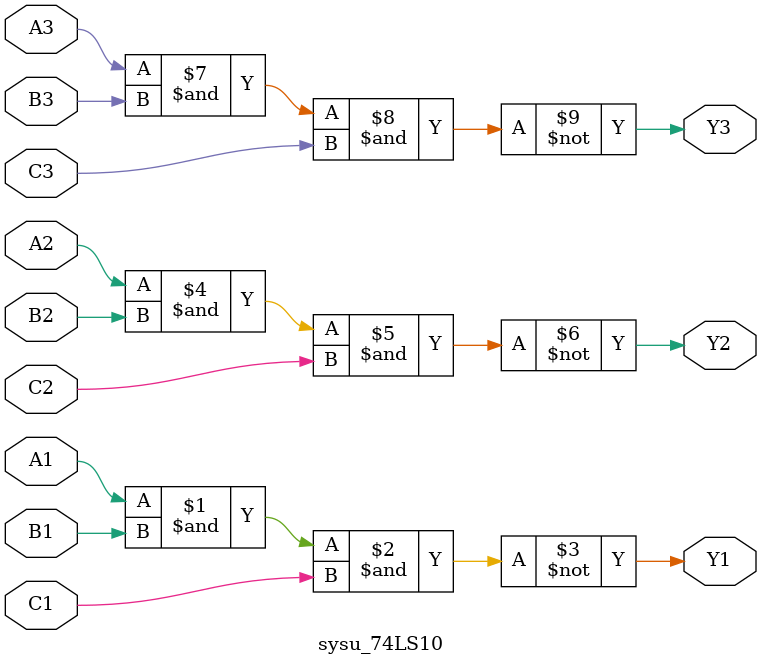
<source format=v>
`timescale 1ns / 1ps


module sysu_74LS10#(parameter Delay = 0)(
    input wire A1,B1,C1,A2,B2,C2,A3,B3,C3,
    output wire Y1,Y2,Y3
    );
    
    nand #Delay (Y1,A1,B1,C1);
    nand #Delay (Y2,A2,B2,C2);
    nand #Delay (Y3,A3,B3,C3);
    
endmodule

</source>
